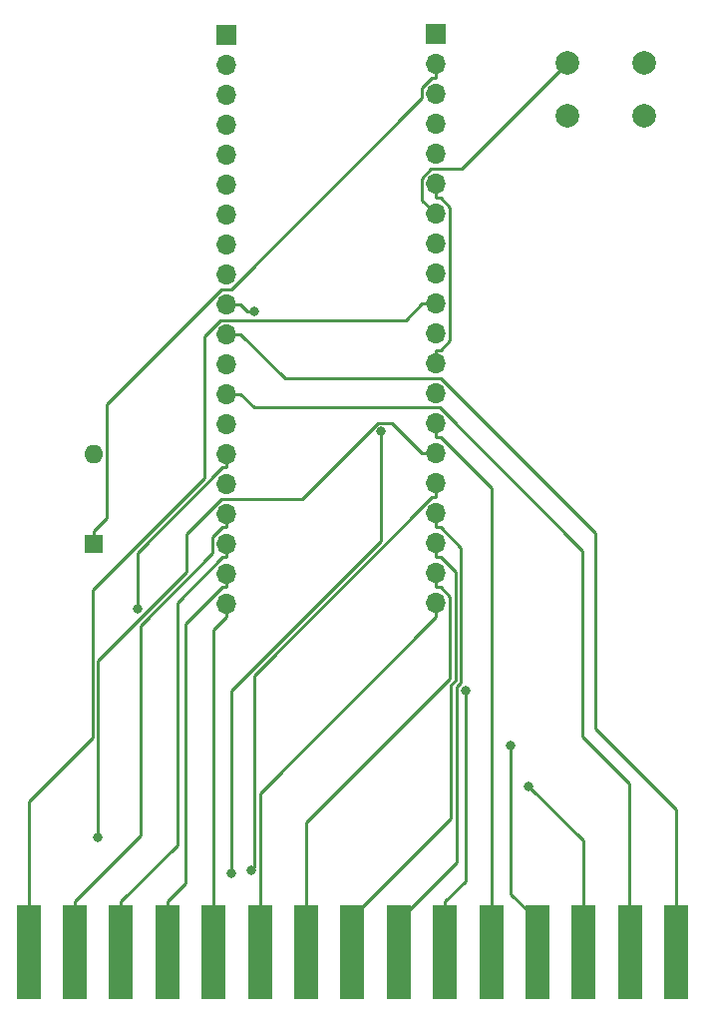
<source format=gbr>
%TF.GenerationSoftware,KiCad,Pcbnew,8.0.4*%
%TF.CreationDate,2024-09-11T17:50:29+02:00*%
%TF.ProjectId,PicoPAC,5069636f-5041-4432-9e6b-696361645f70,rev?*%
%TF.SameCoordinates,Original*%
%TF.FileFunction,Copper,L1,Top*%
%TF.FilePolarity,Positive*%
%FSLAX46Y46*%
G04 Gerber Fmt 4.6, Leading zero omitted, Abs format (unit mm)*
G04 Created by KiCad (PCBNEW 8.0.4) date 2024-09-11 17:50:29*
%MOMM*%
%LPD*%
G01*
G04 APERTURE LIST*
%TA.AperFunction,SMDPad,CuDef*%
%ADD10R,2.000000X8.000000*%
%TD*%
%TA.AperFunction,ComponentPad*%
%ADD11C,2.000000*%
%TD*%
%TA.AperFunction,ComponentPad*%
%ADD12R,1.700000X1.700000*%
%TD*%
%TA.AperFunction,ComponentPad*%
%ADD13O,1.700000X1.700000*%
%TD*%
%TA.AperFunction,ComponentPad*%
%ADD14R,1.600000X1.600000*%
%TD*%
%TA.AperFunction,ComponentPad*%
%ADD15O,1.600000X1.600000*%
%TD*%
%TA.AperFunction,ViaPad*%
%ADD16C,0.800000*%
%TD*%
%TA.AperFunction,Conductor*%
%ADD17C,0.250000*%
%TD*%
G04 APERTURE END LIST*
D10*
%TO.P,J1,1,T0*%
%TO.N,T0*%
X26500000Y-134000000D03*
%TO.P,J1,2,B0*%
%TO.N,D0*%
X30429000Y-134000000D03*
%TO.P,J1,3,B1*%
%TO.N,D1*%
X34357000Y-134000000D03*
%TO.P,J1,4,B2*%
%TO.N,D2*%
X38286000Y-134000000D03*
%TO.P,J1,5,B3*%
%TO.N,D3*%
X42214000Y-134000000D03*
%TO.P,J1,6,B4*%
%TO.N,D4*%
X46143000Y-134000000D03*
%TO.P,J1,7,B5*%
%TO.N,D5*%
X50071000Y-134000000D03*
%TO.P,J1,8,B6*%
%TO.N,D6*%
X54000000Y-134000000D03*
%TO.P,J1,9,B7*%
%TO.N,D7*%
X57929000Y-134000000D03*
%TO.P,J1,10,A10*%
%TO.N,A10*%
X61857000Y-134000000D03*
%TO.P,J1,11,CS*%
%TO.N,CS*%
X65786000Y-134000000D03*
%TO.P,J1,12,P11*%
%TO.N,A12*%
X69714000Y-134000000D03*
%TO.P,J1,13,P10*%
%TO.N,A13*%
X73643000Y-134000000D03*
%TO.P,J1,14,A11*%
%TO.N,A11*%
X77571000Y-134000000D03*
%TO.P,J1,15,A9*%
%TO.N,A9*%
X81500000Y-134000000D03*
%TD*%
D11*
%TO.P,SW1,1,1*%
%TO.N,RST*%
X72275000Y-58525000D03*
X78775000Y-58525000D03*
%TO.P,SW1,2,2*%
%TO.N,GND*%
X72275000Y-63025000D03*
X78775000Y-63025000D03*
%TD*%
D12*
%TO.P,J3,1,Pin_1*%
%TO.N,unconnected-(J3-Pin_1-Pad1)*%
X61100000Y-56120000D03*
D13*
%TO.P,J3,2,Pin_2*%
%TO.N,Net-(D1-K)*%
X61100000Y-58660000D03*
%TO.P,J3,3,Pin_3*%
%TO.N,GND*%
X61100000Y-61200000D03*
%TO.P,J3,4,Pin_4*%
%TO.N,unconnected-(J3-Pin_4-Pad4)*%
X61100000Y-63740000D03*
%TO.P,J3,5,Pin_5*%
%TO.N,unconnected-(J3-Pin_5-Pad5)*%
X61100000Y-66280000D03*
%TO.P,J3,6,Pin_6*%
%TO.N,GND*%
X61100000Y-68820000D03*
%TO.P,J3,7,Pin_7*%
%TO.N,RST*%
X61100000Y-71360000D03*
%TO.P,J3,8,Pin_8*%
%TO.N,unconnected-(J3-Pin_8-Pad8)*%
X61100000Y-73900000D03*
%TO.P,J3,9,Pin_9*%
%TO.N,unconnected-(J3-Pin_9-Pad9)*%
X61100000Y-76440000D03*
%TO.P,J3,10,Pin_10*%
%TO.N,T0*%
X61100000Y-78980000D03*
%TO.P,J3,11,Pin_11*%
%TO.N,~{CS}*%
X61100000Y-81520000D03*
%TO.P,J3,12,Pin_12*%
%TO.N,GND*%
X61100000Y-84060000D03*
%TO.P,J3,13,Pin_13*%
%TO.N,unconnected-(J3-Pin_13-Pad13)*%
X61100000Y-86600000D03*
%TO.P,J3,14,Pin_14*%
%TO.N,CS*%
X61100000Y-89140000D03*
%TO.P,J3,15,Pin_15*%
%TO.N,~{WR}*%
X61100000Y-91680000D03*
%TO.P,J3,16,Pin_16*%
%TO.N,~{PSEN}*%
X61100000Y-94220000D03*
%TO.P,J3,17,Pin_17*%
%TO.N,D7*%
X61100000Y-96760000D03*
%TO.P,J3,18,Pin_18*%
%TO.N,D6*%
X61100000Y-99300000D03*
%TO.P,J3,19,Pin_19*%
%TO.N,D5*%
X61100000Y-101840000D03*
%TO.P,J3,20,Pin_20*%
%TO.N,D4*%
X61100000Y-104380000D03*
%TD*%
D14*
%TO.P,D1,1,K*%
%TO.N,Net-(D1-K)*%
X32015000Y-99375000D03*
D15*
%TO.P,D1,2,A*%
%TO.N,+5V*%
X32015000Y-91755000D03*
%TD*%
D12*
%TO.P,J2,1,Pin_1*%
%TO.N,A0*%
X43300000Y-56125000D03*
D13*
%TO.P,J2,2,Pin_2*%
%TO.N,A1*%
X43300000Y-58665000D03*
%TO.P,J2,3,Pin_3*%
%TO.N,A2*%
X43300000Y-61205000D03*
%TO.P,J2,4,Pin_4*%
%TO.N,A3*%
X43300000Y-63745000D03*
%TO.P,J2,5,Pin_5*%
%TO.N,A4*%
X43300000Y-66285000D03*
%TO.P,J2,6,Pin_6*%
%TO.N,GND*%
X43300000Y-68825000D03*
%TO.P,J2,7,Pin_7*%
%TO.N,A5*%
X43300000Y-71365000D03*
%TO.P,J2,8,Pin_8*%
%TO.N,A6*%
X43300000Y-73905000D03*
%TO.P,J2,9,Pin_9*%
%TO.N,A7*%
X43300000Y-76445000D03*
%TO.P,J2,10,Pin_10*%
%TO.N,A8*%
X43300000Y-78985000D03*
%TO.P,J2,11,Pin_11*%
%TO.N,A9*%
X43300000Y-81525000D03*
%TO.P,J2,12,Pin_12*%
%TO.N,A10*%
X43300000Y-84065000D03*
%TO.P,J2,13,Pin_13*%
%TO.N,A11*%
X43300000Y-86605000D03*
%TO.P,J2,14,Pin_14*%
%TO.N,A12*%
X43300000Y-89145000D03*
%TO.P,J2,15,Pin_15*%
%TO.N,GND*%
X43300000Y-91685000D03*
%TO.P,J2,16,Pin_16*%
%TO.N,A13*%
X43300000Y-94225000D03*
%TO.P,J2,17,Pin_17*%
%TO.N,D0*%
X43300000Y-96765000D03*
%TO.P,J2,18,Pin_18*%
%TO.N,D1*%
X43300000Y-99305000D03*
%TO.P,J2,19,Pin_19*%
%TO.N,D2*%
X43300000Y-101845000D03*
%TO.P,J2,20,Pin_20*%
%TO.N,D3*%
X43300000Y-104385000D03*
%TD*%
D16*
%TO.N,GND*%
X35740200Y-104834500D03*
%TO.N,A10*%
X63575000Y-111780300D03*
%TO.N,~{CS}*%
X43677400Y-127266100D03*
X56442500Y-89811600D03*
%TO.N,~{PSEN}*%
X45415700Y-127003600D03*
%TO.N,A12*%
X67449900Y-116427600D03*
%TO.N,A8*%
X45702700Y-79611500D03*
%TO.N,A13*%
X68956600Y-119881600D03*
%TO.N,~{WR}*%
X32385400Y-124231600D03*
%TD*%
D17*
%TO.N,A9*%
X44476700Y-81525000D02*
X43300000Y-81525000D01*
X74650000Y-98451300D02*
X61528700Y-85330000D01*
X81500000Y-121825000D02*
X74650000Y-114975000D01*
X81500000Y-134000000D02*
X81500000Y-121825000D01*
X74650000Y-114975000D02*
X74650000Y-98451300D01*
X61528700Y-85330000D02*
X48281700Y-85330000D01*
X48281700Y-85330000D02*
X44476700Y-81525000D01*
%TO.N,T0*%
X26500000Y-121225000D02*
X26500000Y-134000000D01*
X31933700Y-103228000D02*
X31933700Y-115791300D01*
X41403800Y-81755400D02*
X41403800Y-93757900D01*
X42814400Y-80344800D02*
X41403800Y-81755400D01*
X59923300Y-78980000D02*
X58558500Y-80344800D01*
X58558500Y-80344800D02*
X42814400Y-80344800D01*
X41403800Y-93757900D02*
X31933700Y-103228000D01*
X31933700Y-115791300D02*
X26500000Y-121225000D01*
X61100000Y-78980000D02*
X59923300Y-78980000D01*
%TO.N,GND*%
X61467700Y-69996700D02*
X62276700Y-70805700D01*
X61467800Y-82883300D02*
X61100000Y-82883300D01*
X62276700Y-82074400D02*
X61467800Y-82883300D01*
X61100000Y-68820000D02*
X61100000Y-69996700D01*
X61100000Y-69996700D02*
X61467700Y-69996700D01*
X61100000Y-84060000D02*
X61100000Y-82883300D01*
X43300000Y-91685000D02*
X43300000Y-92861700D01*
X42955400Y-92861700D02*
X35740200Y-100076900D01*
X35740200Y-100076900D02*
X35740200Y-104834500D01*
X62276700Y-70805700D02*
X62276700Y-82074400D01*
X43300000Y-92861700D02*
X42955400Y-92861700D01*
%TO.N,Net-(D1-K)*%
X32015000Y-99375000D02*
X32015000Y-98248300D01*
X33141700Y-97121600D02*
X33141700Y-87472100D01*
X60732200Y-59836700D02*
X61100000Y-59836700D01*
X59923300Y-61490800D02*
X59923300Y-60645600D01*
X61100000Y-58660000D02*
X61100000Y-59836700D01*
X43699100Y-77715000D02*
X59923300Y-61490800D01*
X42898800Y-77715000D02*
X43699100Y-77715000D01*
X59923300Y-60645600D02*
X60732200Y-59836700D01*
X32015000Y-98248300D02*
X33141700Y-97121600D01*
X33141700Y-87472100D02*
X42898800Y-77715000D01*
%TO.N,A10*%
X61857000Y-134000000D02*
X61857000Y-129673300D01*
X61857000Y-129673300D02*
X63575000Y-127955300D01*
X63575000Y-127955300D02*
X63575000Y-111780300D01*
%TO.N,D3*%
X42214000Y-106647700D02*
X42214000Y-134000000D01*
X43300000Y-104385000D02*
X43300000Y-105561700D01*
X43300000Y-105561700D02*
X42214000Y-106647700D01*
%TO.N,D7*%
X63186800Y-99655800D02*
X63186800Y-111113200D01*
X61100000Y-97936700D02*
X61467700Y-97936700D01*
X61100000Y-96760000D02*
X61100000Y-97936700D01*
X57929000Y-132634000D02*
X57929000Y-134000000D01*
X57920000Y-132625000D02*
X57920000Y-134000000D01*
X62833700Y-111466300D02*
X62833700Y-126336300D01*
X57920000Y-131250000D02*
X57920000Y-132625000D01*
X61467700Y-97936700D02*
X63186800Y-99655800D01*
X57920000Y-132625000D02*
X57929000Y-132634000D01*
X62833700Y-126336300D02*
X57920000Y-131250000D01*
X63186800Y-111113200D02*
X62833700Y-111466300D01*
%TO.N,A11*%
X45653400Y-87781700D02*
X44476700Y-86605000D01*
X77520000Y-131250000D02*
X77520000Y-119692600D01*
X73529800Y-115702400D02*
X73529800Y-99900500D01*
X43300000Y-86605000D02*
X44476700Y-86605000D01*
X73529800Y-99900500D02*
X61411000Y-87781700D01*
X61411000Y-87781700D02*
X45653400Y-87781700D01*
X77520000Y-132625000D02*
X77571000Y-132676000D01*
X77520000Y-132625000D02*
X77520000Y-131250000D01*
X77520000Y-134000000D02*
X77520000Y-132625000D01*
X77571000Y-132676000D02*
X77571000Y-134000000D01*
X77520000Y-119692600D02*
X73529800Y-115702400D01*
%TO.N,~{CS}*%
X43677400Y-111819100D02*
X56442500Y-99054000D01*
X43677400Y-127266100D02*
X43677400Y-111819100D01*
X56442500Y-99054000D02*
X56442500Y-89811600D01*
%TO.N,D2*%
X38286000Y-129673300D02*
X39800200Y-128159100D01*
X39800200Y-128159100D02*
X39800200Y-106159800D01*
X43300000Y-101845000D02*
X43300000Y-103021700D01*
X38286000Y-134000000D02*
X38286000Y-129673300D01*
X42938300Y-103021700D02*
X43300000Y-103021700D01*
X39800200Y-106159800D02*
X42938300Y-103021700D01*
%TO.N,~{PSEN}*%
X45640000Y-110495300D02*
X60738600Y-95396700D01*
X60738600Y-95396700D02*
X61100000Y-95396700D01*
X61100000Y-94220000D02*
X61100000Y-95396700D01*
X45640000Y-126779300D02*
X45640000Y-110495300D01*
X45415700Y-127003600D02*
X45640000Y-126779300D01*
%TO.N,A12*%
X69680000Y-131250000D02*
X67449900Y-129019900D01*
X69680000Y-132625000D02*
X69680000Y-134000000D01*
X67449900Y-129019900D02*
X67449900Y-116427600D01*
X69714000Y-132659000D02*
X69714000Y-134000000D01*
X69680000Y-131250000D02*
X69680000Y-132625000D01*
X69680000Y-132625000D02*
X69714000Y-132659000D01*
%TO.N,D5*%
X61467800Y-103016700D02*
X62276700Y-103825600D01*
X61100000Y-103016700D02*
X61467800Y-103016700D01*
X50071000Y-134000000D02*
X50071000Y-129673300D01*
X61100000Y-101840000D02*
X61100000Y-103016700D01*
X50071000Y-122951400D02*
X50071000Y-129673300D01*
X62276700Y-110745700D02*
X50071000Y-122951400D01*
X62276700Y-103825600D02*
X62276700Y-110745700D01*
%TO.N,D0*%
X42932200Y-97941700D02*
X42123300Y-98750600D01*
X42123300Y-98750600D02*
X42123300Y-100146500D01*
X35994700Y-106275100D02*
X35994700Y-124107600D01*
X43300000Y-97941700D02*
X42932200Y-97941700D01*
X42123300Y-100146500D02*
X35994700Y-106275100D01*
X35994700Y-124107600D02*
X30429000Y-129673300D01*
X30429000Y-134000000D02*
X30429000Y-129673300D01*
X43300000Y-96765000D02*
X43300000Y-97941700D01*
%TO.N,A8*%
X45103200Y-79611500D02*
X44476700Y-78985000D01*
X43300000Y-78985000D02*
X44476700Y-78985000D01*
X45702700Y-79611500D02*
X45103200Y-79611500D01*
%TO.N,A13*%
X73643000Y-132668000D02*
X73643000Y-134000000D01*
X73600000Y-131250000D02*
X73600000Y-124525000D01*
X73600000Y-134000000D02*
X73600000Y-132625000D01*
X73600000Y-132625000D02*
X73643000Y-132668000D01*
X73600000Y-124525000D02*
X68956600Y-119881600D01*
X73600000Y-132625000D02*
X73600000Y-131250000D01*
%TO.N,D1*%
X42943100Y-100481700D02*
X43300000Y-100481700D01*
X39123600Y-124906700D02*
X39123600Y-104301200D01*
X34357000Y-134000000D02*
X34357000Y-129673300D01*
X34357000Y-129673300D02*
X39123600Y-124906700D01*
X39123600Y-104301200D02*
X42943100Y-100481700D01*
X43300000Y-99305000D02*
X43300000Y-100481700D01*
%TO.N,~{WR}*%
X32385400Y-109245500D02*
X32385400Y-124231600D01*
X57328200Y-89084900D02*
X56141600Y-89084900D01*
X59923300Y-91680000D02*
X57328200Y-89084900D01*
X49731600Y-95494900D02*
X49731600Y-95495000D01*
X56141600Y-89084900D02*
X49731600Y-95494900D01*
X39878700Y-98514200D02*
X39878700Y-101752200D01*
X39878700Y-101752200D02*
X32385400Y-109245500D01*
X61100000Y-91680000D02*
X59923300Y-91680000D01*
X42897900Y-95495000D02*
X39878700Y-98514200D01*
X49731600Y-95495000D02*
X42897900Y-95495000D01*
%TO.N,D6*%
X61100000Y-100476700D02*
X61467800Y-100476700D01*
X62735100Y-101744000D02*
X62735100Y-110926100D01*
X62382000Y-122618000D02*
X54000000Y-131000000D01*
X62735100Y-110926100D02*
X62382000Y-111279200D01*
X62382000Y-111279200D02*
X62382000Y-122618000D01*
X61467800Y-100476700D02*
X62735100Y-101744000D01*
X54000000Y-134000000D02*
X54000000Y-131000000D01*
X61100000Y-99300000D02*
X61100000Y-100476700D01*
%TO.N,CS*%
X61100000Y-90316700D02*
X61461700Y-90316700D01*
X61461700Y-90316700D02*
X65786000Y-94641000D01*
X61100000Y-89140000D02*
X61100000Y-90316700D01*
X65786000Y-134000000D02*
X65786000Y-129673300D01*
X65786000Y-94641000D02*
X65786000Y-129673300D01*
%TO.N,D4*%
X46143000Y-120513700D02*
X46143000Y-134000000D01*
X61100000Y-105556700D02*
X46143000Y-120513700D01*
X61100000Y-104380000D02*
X61100000Y-105556700D01*
%TO.N,RST*%
X63250000Y-67550000D02*
X60690900Y-67550000D01*
X59921400Y-70181400D02*
X61100000Y-71360000D01*
X60690900Y-67550000D02*
X59921400Y-68319500D01*
X59921400Y-68319500D02*
X59921400Y-70181400D01*
X72275000Y-58525000D02*
X63250000Y-67550000D01*
%TD*%
M02*

</source>
